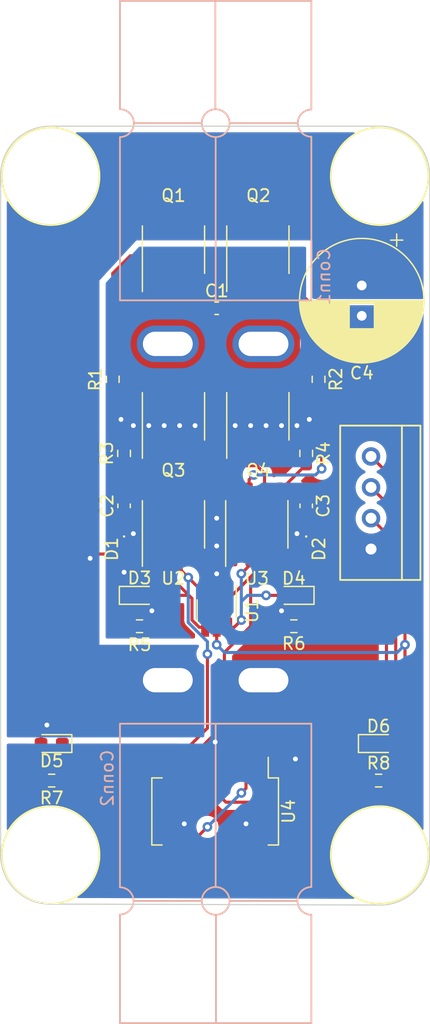
<source format=kicad_pcb>
(kicad_pcb (version 20211014) (generator pcbnew)
  (layers (0 "F.Cu" signal) (31 "B.Cu" signal) (34 "B.Paste" user) (35 "F.Paste" user) (36 "B.SilkS" user "B.Silkscreen") (37 "F.SilkS" user "F.Silkscreen") (38 "B.Mask" user) (39 "F.Mask" user) (44 "Edge.Cuts" user))
  (net 0 "")
  (net 1 "Net-(C2-Pad1)")
  (net 2 "Net-(C3-Pad1)")
  (net 3 "+12V")
  (net 4 "GND")
  (net 5 "+3V3")
  (net 6 "PWM")
  (net 7 "DIR")
  (net 8 "Net-(Q1-Pad4)")
  (net 9 "Net-(Q2-Pad4)")
  (net 10 "Net-(Q3-Pad4)")
  (net 11 "Net-(Q4-Pad4)")
  (net 12 "Net-(R1-Pad1)")
  (net 13 "Net-(R2-Pad2)")
  (net 14 "Net-(R3-Pad1)")
  (net 15 "Net-(R4-Pad2)")
  (net 16 "/M+")
  (net 17 "/M-")
  (net 18 "Net-(D3-Pad1)")
  (net 19 "/FWD")
  (net 20 "Net-(D4-Pad1)")
  (net 21 "/RVS")
  (net 22 "Net-(D5-Pad1)")
  (net 23 "Net-(D6-Pad1)")
  (net 24 "Net-(U1-Pad1)")
  (net 25 "Net-(U1-Pad3)")
  (net 26 "Net-(U4-Pad5)")
  (footprint "Resistor_SMD:R_0603_1608Metric_Pad0.98x0.95mm_HandSolder" (layer "F.Cu") (at 166.19982 73.66 90)
    (fp_text reference "R1" (at 0 -1.43 90) (layer "F.SilkS"))
    (fp_text value "100")
    (pad "1" smd roundrect (at -0.9125 0 90) (size 0.975 0.95) (layers "F.Cu" "F.Paste" "F.Mask") (net 12 "Net-(R1-Pad1)"))
    (pad "2" smd roundrect (at 0.9125 0 90) (size 0.975 0.95) (layers "F.Cu" "F.Paste" "F.Mask") (net 8 "Net-(Q1-Pad4)"))
  )
  (footprint "Capacitor_SMD:C_0603_1608Metric_Pad1.08x0.95mm_HandSolder" (layer "F.Cu") (at 174.752 67.818)
    (fp_text reference "C1" (at 0 -1.43) (layer "F.SilkS"))
    (fp_text value "10uF")
    (pad "1" smd roundrect (at -0.8625 0) (size 1.075 0.95) (layers "F.Cu" "F.Paste" "F.Mask") (net 16 "/M+"))
    (pad "2" smd roundrect (at 0.8625 0) (size 1.075 0.95) (layers "F.Cu" "F.Paste" "F.Mask") (net 17 "/M-"))
  )
  (footprint "Package_SO:SOIC-8_3.9x4.9mm_P1.27mm" (layer "F.Cu") (at 178.14036 76.708 90)
    (fp_text reference "Q4" (at -4.445 0.04064 180) (layer "F.SilkS"))
    (fp_text value "SI4156DY")
    (pad "1" smd roundrect (at -2.475 -1.905 90) (size 1.95 0.6) (layers "F.Cu" "F.Paste" "F.Mask") (net 4 "GND"))
    (pad "2" smd roundrect (at -2.475 -0.635 90) (size 1.95 0.6) (layers "F.Cu" "F.Paste" "F.Mask") (net 4 "GND"))
    (pad "3" smd roundrect (at -2.475 0.635 90) (size 1.95 0.6) (layers "F.Cu" "F.Paste" "F.Mask") (net 4 "GND"))
    (pad "4" smd roundrect (at -2.475 1.905 90) (size 1.95 0.6) (layers "F.Cu" "F.Paste" "F.Mask") (net 11 "Net-(Q4-Pad4)"))
    (pad "5" smd roundrect (at 2.475 1.905 90) (size 1.95 0.6) (layers "F.Cu" "F.Paste" "F.Mask") (net 17 "/M-"))
    (pad "6" smd roundrect (at 2.475 0.635 90) (size 1.95 0.6) (layers "F.Cu" "F.Paste" "F.Mask") (net 17 "/M-"))
    (pad "7" smd roundrect (at 2.475 -0.635 90) (size 1.95 0.6) (layers "F.Cu" "F.Paste" "F.Mask") (net 17 "/M-"))
    (pad "8" smd roundrect (at 2.475 -1.905 90) (size 1.95 0.6) (layers "F.Cu" "F.Paste" "F.Mask") (net 17 "/M-"))
  )
  (footprint "MRDT_Drill_Holes:4_40_Hole_Corner" (layer "F.Cu") (at 165.1 108.791682 180)
    (fp_text reference "V2" hide)
    (fp_text value "Via" hide)
    (pad "" np_thru_hole circle locked (at 4.00812 -4.00812 180) (size 2.9464 2.9464) (drill 2.9464) (layers *.Cu *.Mask) (clearance 2.5))
  )
  (footprint "Package_SO:SOIC-8_3.9x4.9mm_P1.27mm" (layer "F.Cu") (at 178.14036 62.992 90)
    (fp_text reference "Q2" (at 4.445 0.04064 180) (layer "F.SilkS"))
    (fp_text value "SI4156DY")
    (pad "1" smd roundrect (at -2.475 -1.905 90) (size 1.95 0.6) (layers "F.Cu" "F.Paste" "F.Mask") (net 17 "/M-"))
    (pad "2" smd roundrect (at -2.475 -0.635 90) (size 1.95 0.6) (layers "F.Cu" "F.Paste" "F.Mask") (net 17 "/M-"))
    (pad "3" smd roundrect (at -2.475 0.635 90) (size 1.95 0.6) (layers "F.Cu" "F.Paste" "F.Mask") (net 17 "/M-"))
    (pad "4" smd roundrect (at -2.475 1.905 90) (size 1.95 0.6) (layers "F.Cu" "F.Paste" "F.Mask") (net 9 "Net-(Q2-Pad4)"))
    (pad "5" smd roundrect (at 2.475 1.905 90) (size 1.95 0.6) (layers "F.Cu" "F.Paste" "F.Mask") (net 3 "+12V"))
    (pad "6" smd roundrect (at 2.475 0.635 90) (size 1.95 0.6) (layers "F.Cu" "F.Paste" "F.Mask") (net 3 "+12V"))
    (pad "7" smd roundrect (at 2.475 -0.635 90) (size 1.95 0.6) (layers "F.Cu" "F.Paste" "F.Mask") (net 3 "+12V"))
    (pad "8" smd roundrect (at 2.475 -1.905 90) (size 1.95 0.6) (layers "F.Cu" "F.Paste" "F.Mask") (net 3 "+12V"))
  )
  (footprint "Resistor_SMD:R_0603_1608Metric_Pad0.98x0.95mm_HandSolder" (layer "F.Cu") (at 167.132 79.756 90)
    (fp_text reference "R3" (at 0 -1.43 90) (layer "F.SilkS"))
    (fp_text value "100")
    (pad "1" smd roundrect (at -0.9125 0 90) (size 0.975 0.95) (layers "F.Cu" "F.Paste" "F.Mask") (net 14 "Net-(R3-Pad1)"))
    (pad "2" smd roundrect (at 0.9125 0 90) (size 0.975 0.95) (layers "F.Cu" "F.Paste" "F.Mask") (net 10 "Net-(Q3-Pad4)"))
  )
  (footprint "Package_SO:SO-14_5.3x10.2mm_P1.27mm" (layer "F.Cu") (at 174.625 109.22 -90)
    (fp_text reference "U4" (at 0 -6.05 90) (layer "F.SilkS"))
    (fp_text value "74HC00")
    (pad "1" smd roundrect (at -3.4625 -3.81 270) (size 1.975 0.6) (layers "F.Cu" "F.Paste" "F.Mask") (net 6 "PWM"))
    (pad "2" smd roundrect (at -3.4625 -2.54 270) (size 1.975 0.6) (layers "F.Cu" "F.Paste" "F.Mask") (net 7 "DIR"))
    (pad "3" smd roundrect (at -3.4625 -1.27 270) (size 1.975 0.6) (layers "F.Cu" "F.Paste" "F.Mask") (net 24 "Net-(U1-Pad1)"))
    (pad "4" smd roundrect (at -3.4625 0 270) (size 1.975 0.6) (layers "F.Cu" "F.Paste" "F.Mask") (net 6 "PWM"))
    (pad "5" smd roundrect (at -3.4625 1.27 270) (size 1.975 0.6) (layers "F.Cu" "F.Paste" "F.Mask") (net 26 "Net-(U4-Pad5)"))
    (pad "6" smd roundrect (at -3.4625 2.54 270) (size 1.975 0.6) (layers "F.Cu" "F.Paste" "F.Mask") (net 25 "Net-(U1-Pad3)"))
    (pad "7" smd roundrect (at -3.4625 3.81 270) (size 1.975 0.6) (layers "F.Cu" "F.Paste" "F.Mask") (net 4 "GND"))
    (pad "8" smd roundrect (at 3.4625 3.81 270) (size 1.975 0.6) (layers "F.Cu" "F.Paste" "F.Mask") (net 26 "Net-(U4-Pad5)"))
    (pad "9" smd roundrect (at 3.4625 2.54 270) (size 1.975 0.6) (layers "F.Cu" "F.Paste" "F.Mask") (net 7 "DIR"))
    (pad "10" smd roundrect (at 3.4625 1.27 270) (size 1.975 0.6) (layers "F.Cu" "F.Paste" "F.Mask") (net 7 "DIR"))
    (pad "11" smd roundrect (at 3.4625 0 270) (size 1.975 0.6) (layers "F.Cu" "F.Paste" "F.Mask"))
    (pad "12" smd roundrect (at 3.4625 -1.27 270) (size 1.975 0.6) (layers "F.Cu" "F.Paste" "F.Mask"))
    (pad "13" smd roundrect (at 3.4625 -2.54 270) (size 1.975 0.6) (layers "F.Cu" "F.Paste" "F.Mask"))
    (pad "14" smd roundrect (at 3.4625 -3.81 270) (size 1.975 0.6) (layers "F.Cu" "F.Paste" "F.Mask") (net 5 "+3V3"))
  )
  (footprint "MRDT_Connectors:MOLEX_SL_04_Vertical" (layer "F.Cu") (at 187.452 80.01 -90)
    (fp_text reference "Conn3" hide)
    (fp_text value "Molex_SL_04")
    (pad "1" thru_hole circle locked (at 0 0 270) (size 1.524 1.524) (drill 0.9) (layers *.Cu *.Mask) (net 5 "+3V3"))
    (pad "2" thru_hole circle locked (at 2.54 0 270) (size 1.524 1.524) (drill 0.9) (layers *.Cu *.Mask) (net 6 "PWM"))
    (pad "3" thru_hole circle locked (at 5.08 0 270) (size 1.524 1.524) (drill 0.9) (layers *.Cu *.Mask) (net 7 "DIR"))
    (pad "4" thru_hole circle locked (at 7.62 0 270) (size 1.524 1.524) (drill 0.9) (layers *.Cu *.Mask) (net 4 "GND"))
    (pad "4" thru_hole circle locked (at 7.62 0 270) (size 1.524 1.524) (drill 0.9) (layers *.Cu *.Mask) (net 4 "GND"))
  )
  (footprint "Resistor_SMD:R_0603_1608Metric_Pad0.98x0.95mm_HandSolder" (layer "F.Cu") (at 188.0757 106.68)
    (fp_text reference "R8" (at 0 -1.43) (layer "F.SilkS"))
    (fp_text value "120")
    (pad "1" smd roundrect (at -0.9125 0) (size 0.975 0.95) (layers "F.Cu" "F.Paste" "F.Mask") (net 23 "Net-(D6-Pad1)"))
    (pad "2" smd roundrect (at 0.9125 0) (size 0.975 0.95) (layers "F.Cu" "F.Paste" "F.Mask") (net 4 "GND"))
  )
  (footprint "Resistor_SMD:R_0603_1608Metric_Pad0.98x0.95mm_HandSolder" (layer "F.Cu") (at 181.102 93.98 180)
    (fp_text reference "R6" (at 0 -1.43) (layer "F.SilkS"))
    (fp_text value "120")
    (pad "1" smd roundrect (at -0.9125 0 180) (size 0.975 0.95) (layers "F.Cu" "F.Paste" "F.Mask") (net 20 "Net-(D4-Pad1)"))
    (pad "2" smd roundrect (at 0.9125 0 180) (size 0.975 0.95) (layers "F.Cu" "F.Paste" "F.Mask") (net 4 "GND"))
  )
  (footprint "Resistor_SMD:R_0603_1608Metric_Pad0.98x0.95mm_HandSolder" (layer "F.Cu") (at 161.1743 106.68 180)
    (fp_text reference "R7" (at 0 -1.43) (layer "F.SilkS"))
    (fp_text value "1K")
    (pad "1" smd roundrect (at -0.9125 0 180) (size 0.975 0.95) (layers "F.Cu" "F.Paste" "F.Mask") (net 22 "Net-(D5-Pad1)"))
    (pad "2" smd roundrect (at 0.9125 0 180) (size 0.975 0.95) (layers "F.Cu" "F.Paste" "F.Mask") (net 4 "GND"))
  )
  (footprint "Resistor_SMD:R_0603_1608Metric_Pad0.98x0.95mm_HandSolder" (layer "F.Cu") (at 168.402 93.98)
    (fp_text reference "R5" (at 0 1.524) (layer "F.SilkS"))
    (fp_text value "120")
    (pad "1" smd roundrect (at -0.9125 0) (size 0.975 0.95) (layers "F.Cu" "F.Paste" "F.Mask") (net 18 "Net-(D3-Pad1)"))
    (pad "2" smd roundrect (at 0.9125 0) (size 0.975 0.95) (layers "F.Cu" "F.Paste" "F.Mask") (net 4 "GND"))
  )
  (footprint "Resistor_SMD:R_0603_1608Metric_Pad0.98x0.95mm_HandSolder" (layer "F.Cu") (at 183.134 73.66 -90)
    (fp_text reference "R2" (at 0 -1.43 90) (layer "F.SilkS"))
    (fp_text value "100")
    (pad "1" smd roundrect (at -0.9125 0 270) (size 0.975 0.95) (layers "F.Cu" "F.Paste" "F.Mask") (net 9 "Net-(Q2-Pad4)"))
    (pad "2" smd roundrect (at 0.9125 0 270) (size 0.975 0.95) (layers "F.Cu" "F.Paste" "F.Mask") (net 13 "Net-(R2-Pad2)"))
  )
  (footprint "Capacitor_THT:CP_Radial_D10.0mm_P2.50mm" (layer "F.Cu") (at 186.69 65.938323 -90)
    (fp_text reference "C4" (at 7.213677 0 180) (layer "F.SilkS"))
    (fp_text value "100uF")
    (pad "1" thru_hole rect (at 0 0 270) (size 1.6 1.6) (drill 0.8) (layers *.Cu *.Mask) (net 3 "+12V"))
    (pad "2" thru_hole circle (at 2.5 0 270) (size 1.6 1.6) (drill 0.8) (layers *.Cu *.Mask) (net 4 "GND"))
  )
  (footprint "Capacitor_SMD:C_0603_1608Metric_Pad1.08x0.95mm_HandSolder" (layer "F.Cu") (at 182.118 84.074 90)
    (fp_text reference "C3" (at 0 1.397 90) (layer "F.SilkS"))
    (fp_text value "1uF")
    (pad "1" smd roundrect (at -0.8625 0 90) (size 1.075 0.95) (layers "F.Cu" "F.Paste" "F.Mask") (net 2 "Net-(C3-Pad1)"))
    (pad "2" smd roundrect (at 0.8625 0 90) (size 1.075 0.95) (layers "F.Cu" "F.Paste" "F.Mask") (net 17 "/M-"))
  )
  (footprint "MRDT_Drill_Holes:4_40_Hole_Corner" (layer "F.Cu") (at 184.15 60.96)
    (fp_text reference "V3" hide)
    (fp_text value "Via" hide)
    (pad "" np_thru_hole circle locked (at 4.00812 -4.00812) (size 2.9464 2.9464) (drill 2.9464) (layers *.Cu *.Mask) (clearance 2.5))
  )
  (footprint "MRDT_Drill_Holes:4_40_Hole_Corner" (layer "F.Cu") (at 165.1 60.96 90)
    (fp_text reference "V1" hide)
    (fp_text value "Via" hide)
    (pad "" np_thru_hole circle locked (at 4.00812 -4.00812 90) (size 2.9464 2.9464) (drill 2.9464) (layers *.Cu *.Mask) (clearance 2.5))
  )
  (footprint "Resistor_SMD:R_0603_1608Metric_Pad0.98x0.95mm_HandSolder" (layer "F.Cu") (at 182.118 79.756 -90)
    (fp_text reference "R4" (at 0 -1.43 90) (layer "F.SilkS"))
    (fp_text value "100")
    (pad "1" smd roundrect (at -0.9125 0 270) (size 0.975 0.95) (layers "F.Cu" "F.Paste" "F.Mask") (net 11 "Net-(Q4-Pad4)"))
    (pad "2" smd roundrect (at 0.9125 0 270) (size 0.975 0.95) (layers "F.Cu" "F.Paste" "F.Mask") (net 15 "Net-(R4-Pad2)"))
  )
  (footprint "Package_TO_SOT_SMD:SOT-23-6_Handsoldering" (layer "F.Cu") (at 174.752 92.71 -90)
    (fp_text reference "U1" (at 0 -2.9 90) (layer "F.SilkS"))
    (fp_text value "74LVC2G04")
    (pad "1" smd rect (at -1.35 -0.95 270) (size 1.56 0.65) (layers "F.Cu" "F.Paste" "F.Mask") (net 24 "Net-(U1-Pad1)"))
    (pad "2" smd rect (at -1.35 0 270) (size 1.56 0.65) (layers "F.Cu" "F.Paste" "F.Mask") (net 4 "GND"))
    (pad "3" smd rect (at -1.35 0.95 270) (size 1.56 0.65) (layers "F.Cu" "F.Paste" "F.Mask") (net 25 "Net-(U1-Pad3)"))
    (pad "4" smd rect (at 1.35 0.95 270) (size 1.56 0.65) (layers "F.Cu" "F.Paste" "F.Mask") (net 19 "/FWD"))
    (pad "5" smd rect (at 1.35 0 270) (size 1.56 0.65) (layers "F.Cu" "F.Paste" "F.Mask") (net 5 "+3V3"))
    (pad "6" smd rect (at 1.35 -0.95 270) (size 1.56 0.65) (layers "F.Cu" "F.Paste" "F.Mask") (net 21 "/RVS"))
  )
  (footprint "Package_SO:SOIC-8_3.9x4.9mm_P1.27mm" (layer "F.Cu") (at 171.196 76.708 90)
    (fp_text reference "Q3" (at -4.445 0 180) (layer "F.SilkS"))
    (fp_text value "SI4156DY")
    (pad "1" smd roundrect (at -2.475 -1.905 90) (size 1.95 0.6) (layers "F.Cu" "F.Paste" "F.Mask") (net 4 "GND"))
    (pad "2" smd roundrect (at -2.475 -0.635 90) (size 1.95 0.6) (layers "F.Cu" "F.Paste" "F.Mask") (net 4 "GND"))
    (pad "3" smd roundrect (at -2.475 0.635 90) (size 1.95 0.6) (layers "F.Cu" "F.Paste" "F.Mask") (net 4 "GND"))
    (pad "4" smd roundrect (at -2.475 1.905 90) (size 1.95 0.6) (layers "F.Cu" "F.Paste" "F.Mask") (net 10 "Net-(Q3-Pad4)"))
    (pad "5" smd roundrect (at 2.475 1.905 90) (size 1.95 0.6) (layers "F.Cu" "F.Paste" "F.Mask") (net 16 "/M+"))
    (pad "6" smd roundrect (at 2.475 0.635 90) (size 1.95 0.6) (layers "F.Cu" "F.Paste" "F.Mask") (net 16 "/M+"))
    (pad "7" smd roundrect (at 2.475 -0.635 90) (size 1.95 0.6) (layers "F.Cu" "F.Paste" "F.Mask") (net 16 "/M+"))
    (pad "8" smd roundrect (at 2.475 -1.905 90) (size 1.95 0.6) (layers "F.Cu" "F.Paste" "F.Mask") (net 16 "/M+"))
  )
  (footprint "LED_SMD:LED_0603_1608Metric_Pad1.05x0.95mm_HandSolder" (layer "F.Cu") (at 188.0757 103.632)
    (fp_text reference "D6" (at 0 -1.43) (layer "F.SilkS"))
    (fp_text value "Green")
    (pad "1" smd roundrect (at -0.875 0) (size 1.05 0.95) (layers "F.Cu" "F.Paste" "F.Mask") (net 23 "Net-(D6-Pad1)"))
    (pad "2" smd roundrect (at 0.875 0) (size 1.05 0.95) (layers "F.Cu" "F.Paste" "F.Mask") (net 5 "+3V3"))
  )
  (footprint "LED_SMD:LED_0603_1608Metric_Pad1.05x0.95mm_HandSolder" (layer "F.Cu") (at 181.102 91.44 180)
    (fp_text reference "D4" (at 0 1.397) (layer "F.SilkS"))
    (fp_text value "Orange")
    (pad "1" smd roundrect (at -0.875 0 180) (size 1.05 0.95) (layers "F.Cu" "F.Paste" "F.Mask") (net 20 "Net-(D4-Pad1)"))
    (pad "2" smd roundrect (at 0.875 0 180) (size 1.05 0.95) (layers "F.Cu" "F.Paste" "F.Mask") (net 21 "/RVS"))
  )
  (footprint "Diode_SMD:D_0201_0603Metric_Pad0.64x0.40mm_HandSolder" (layer "F.Cu") (at 182.118 87.63 -90)
    (fp_text reference "D2" (at 0 -1.05 90) (layer "F.SilkS"))
    (fp_text value "SD0603S04")
    (pad "1" smd roundrect (at -0.4075 0 270) (size 0.635 0.4) (layers "F.Cu" "F.Mask") (net 2 "Net-(C3-Pad1)"))
    (pad "2" smd roundrect (at 0.4075 0 270) (size 0.635 0.4) (layers "F.Cu" "F.Mask") (net 3 "+12V"))
  )
  (footprint "Package_SO:SOIC-8_3.9x4.9mm_P1.27mm" (layer "F.Cu") (at 171.196 62.992 90)
    (fp_text reference "Q1" (at 4.445 0 180) (layer "F.SilkS"))
    (fp_text value "SI4156DY")
    (pad "1" smd roundrect (at -2.475 -1.905 90) (size 1.95 0.6) (layers "F.Cu" "F.Paste" "F.Mask") (net 16 "/M+"))
    (pad "2" smd roundrect (at -2.475 -0.635 90) (size 1.95 0.6) (layers "F.Cu" "F.Paste" "F.Mask") (net 16 "/M+"))
    (pad "3" smd roundrect (at -2.475 0.635 90) (size 1.95 0.6) (layers "F.Cu" "F.Paste" "F.Mask") (net 16 "/M+"))
    (pad "4" smd roundrect (at -2.475 1.905 90) (size 1.95 0.6) (layers "F.Cu" "F.Paste" "F.Mask") (net 8 "Net-(Q1-Pad4)"))
    (pad "5" smd roundrect (at 2.475 1.905 90) (size 1.95 0.6) (layers "F.Cu" "F.Paste" "F.Mask") (net 3 "+12V"))
    (pad "6" smd roundrect (at 2.475 0.635 90) (size 1.95 0.6) (layers "F.Cu" "F.Paste" "F.Mask") (net 3 "+12V"))
    (pad "7" smd roundrect (at 2.475 -0.635 90) (size 1.95 0.6) (layers "F.Cu" "F.Paste" "F.Mask") (net 3 "+12V"))
    (pad "8" smd roundrect (at 2.475 -1.905 90) (size 1.95 0.6) (layers "F.Cu" "F.Paste" "F.Mask") (net 3 "+12V"))
  )
  (footprint "MRDT_Drill_Holes:4_40_Hole_Corner" (layer "F.Cu") (at 184.15 108.791682 -90)
    (fp_text reference "V4" hide)
    (fp_text value "Via" hide)
    (pad "" np_thru_hole circle locked (at 4.00812 -4.00812 270) (size 2.9464 2.9464) (drill 2.9464) (layers *.Cu *.Mask) (clearance 2.5))
  )
  (footprint "Package_SO:SOIC-8_3.9x4.9mm_P1.27mm" (layer "F.Cu") (at 171.196 85.598 90)
    (fp_text reference "U2" (at -4.445 0 180) (layer "F.SilkS"))
    (fp_text value "IRS2005S")
    (pad "1" smd roundrect (at -2.475 -1.905 90) (size 1.95 0.6) (layers "F.Cu" "F.Paste" "F.Mask") (net 3 "+12V"))
    (pad "2" smd roundrect (at -2.475 -0.635 90) (size 1.95 0.6) (layers "F.Cu" "F.Paste" "F.Mask") (net 19 "/FWD"))
    (pad "3" smd roundrect (at -2.475 0.635 90) (size 1.95 0.6) (layers "F.Cu" "F.Paste" "F.Mask") (net 25 "Net-(U1-Pad3)"))
    (pad "4" smd roundrect (at -2.475 1.905 90) (size 1.95 0.6) (layers "F.Cu" "F.Paste" "F.Mask") (net 4 "GND"))
    (pad "5" smd roundrect (at 2.475 1.905 90) (size 1.95 0.6) (layers "F.Cu" "F.Paste" "F.Mask") (net 14 "Net-(R3-Pad1)"))
    (pad "6" smd roundrect (at 2.475 0.635 90) (size 1.95 0.6) (layers "F.Cu" "F.Paste" "F.Mask") (net 16 "/M+"))
    (pad "7" smd roundrect (at 2.475 -0.635 90) (size 1.95 0.6) (layers "F.Cu" "F.Paste" "F.Mask") (net 12 "Net-(R1-Pad1)"))
    (pad "8" smd roundrect (at 2.475 -1.905 90) (size 1.95 0.6) (layers "F.Cu" "F.Paste" "F.Mask") (net 1 "Net-(C2-Pad1)"))
  )
  (footprint "Package_SO:SOIC-8_3.9x4.9mm_P1.27mm" (layer "F.Cu") (at 178.054 85.598 90)
    (fp_text reference "U3" (at -4.445 0 180) (layer "F.SilkS"))
    (fp_text value "IRS2005S")
    (pad "1" smd roundrect (at -2.475 -1.905 90) (size 1.95 0.6) (layers "F.Cu" "F.Paste" "F.Mask") (net 3 "+12V"))
    (pad "2" smd roundrect (at -2.475 -0.635 90) (size 1.95 0.6) (layers "F.Cu" "F.Paste" "F.Mask") (net 21 "/RVS"))
    (pad "3" smd roundrect (at -2.475 0.635 90) (size 1.95 0.6) (layers "F.Cu" "F.Paste" "F.Mask") (net 24 "Net-(U1-Pad1)"))
    (pad "4" smd roundrect (at -2.475 1.905 90) (size 1.95 0.6) (layers "F.Cu" "F.Paste" "F.Mask") (net 4 "GND"))
    (pad "5" smd roundrect (at 2.475 1.905 90) (size 1.95 0.6) (layers "F.Cu" "F.Paste" "F.Mask") (net 15 "Net-(R4-Pad2)"))
    (pad "6" smd roundrect (at 2.475 0.635 90) (size 1.95 0.6) (layers "F.Cu" "F.Paste" "F.Mask") (net 17 "/M-"))
    (pad "7" smd roundrect (at 2.475 -0.635 90) (size 1.95 0.6) (layers "F.Cu" "F.Paste" "F.Mask") (net 13 "Net-(R2-Pad2)"))
    (pad "8" smd roundrect (at 2.475 -1.905 90) (size 1.95 0.6) (layers "F.Cu" "F.Paste" "F.Mask") (net 2 "Net-(C3-Pad1)"))
  )
  (footprint "Capacitor_SMD:C_0603_1608Metric_Pad1.08x0.95mm_HandSolder" (layer "F.Cu") (at 167.132 84.074 -90)
    (fp_text reference "C2" (at 0 1.397 90) (layer "F.SilkS"))
    (fp_text value "1uF")
    (pad "1" smd roundrect (at -0.8625 0 270) (size 1.075 0.95) (layers "F.Cu" "F.Paste" "F.Mask") (net 1 "Net-(C2-Pad1)"))
    (pad "2" smd roundrect (at 0.8625 0 270) (size 1.075 0.95) (layers "F.Cu" "F.Paste" "F.Mask") (net 16 "/M+"))
  )
  (footprint "LED_SMD:LED_0603_1608Metric_Pad1.05x0.95mm_HandSolder" (layer "F.Cu") (at 168.402 91.44)
    (fp_text reference "D3" (at 0 -1.43) (layer "F.SilkS"))
    (fp_text value "Orange")
    (pad "1" smd roundrect (at -0.875 0) (size 1.05 0.95) (layers "F.Cu" "F.Paste" "F.Mask") (net 18 "Net-(D3-Pad1)"))
    (pad "2" smd roundrect (at 0.875 0) (size 1.05 0.95) (layers "F.Cu" "F.Paste" "F.Mask") (net 19 "/FWD"))
  )
  (footprint "Diode_SMD:D_0201_0603Metric_Pad0.64x0.40mm_HandSolder" (layer "F.Cu") (at 167.132 87.63 -90)
    (fp_text reference "D1" (at 0 1.016 90) (layer "F.SilkS"))
    (fp_text value "SD0603S04")
    (pad "1" smd roundrect (at -0.4075 0 270) (size 0.635 0.4) (layers "F.Cu" "F.Mask") (net 1 "Net-(C2-Pad1)"))
    (pad "2" smd roundrect (at 0.4075 0 270) (size 0.635 0.4) (layers "F.Cu" "F.Mask") (net 3 "+12V"))
  )
  (footprint "LED_SMD:LED_0603_1608Metric_Pad1.05x0.95mm_HandSolder" (layer "F.Cu") (at 161.1743 103.632 180)
    (fp_text reference "D5" (at 0 -1.43) (layer "F.SilkS"))
    (fp_text value "Green")
    (pad "1" smd roundrect (at -0.875 0 180) (size 1.05 0.95) (layers "F.Cu" "F.Paste" "F.Mask") (net 22 "Net-(D5-Pad1)"))
    (pad "2" smd roundrect (at 0.875 0 180) (size 1.05 0.95) (layers "F.Cu" "F.Paste" "F.Mask") (net 3 "+12V"))
  )
  (footprint "MRDT_Connectors:Square_Anderson_2_H_Side_By_Side" (layer "B.Cu") (at 170.18 71.12 -90)
    (fp_text reference "Conn1" (at -5.9 -13.4 90) (layer "B.SilkS") (effects (justify mirror)))
    (fp_text value "AndersonPP")
    (pad "1" thru_hole oval locked (at -0.3746 -0.55 270) (size 3 5.1) (drill oval 2 4.1) (layers *.Cu *.Mask "B.Paste") (net 16 "/M+"))
    (pad "2" thru_hole oval locked (at -0.3746 -8.424 270) (size 3 5.1) (drill oval 2 4.1) (layers *.Cu *.Mask "B.Paste") (net 17 "/M-"))
  )
  (footprint "MRDT_Connectors:Square_Anderson_2_H_Side_By_Side" (layer "B.Cu") (at 179.154 98.044 90)
    (fp_text reference "Conn2" (at -8.44 -13.4 90) (layer "B.SilkS") (effects (justify mirror)))
    (fp_text value "AndersonPP")
    (pad "1" thru_hole oval locked (at -0.3746 -0.55 90) (size 3 5.1) (drill oval 2 4.1) (layers *.Cu *.Mask "B.Paste") (net 4 "GND"))
    (pad "2" thru_hole oval locked (at -0.3746 -8.424 90) (size 3 5.1) (drill oval 2 4.1) (layers *.Cu *.Mask "B.Paste") (net 3 "+12V"))
  )
  (gr_line (start 192.278 56.896) (end 192.278 112.855682) (layer "Edge.Cuts") (width 0.1))
  (gr_arc (start 161.036 116.84) (mid 158.162318 115.649682) (end 156.972 112.776) (layer "Edge.Cuts") (width 0.1))
  (gr_arc (start 156.972 56.896) (mid 158.162318 54.022318) (end 161.036 52.832) (layer "Edge.Cuts") (width 0.1))
  (gr_line (start 161.036 52.832) (end 188.214 52.832) (layer "Edge.Cuts") (width 0.1))
  (gr_arc (start 192.278 112.855682) (mid 191.087682 115.729364) (end 188.214 116.919682) (layer "Edge.Cuts") (width 0.1))
  (gr_line (start 188.214 116.919682) (end 161.036 116.84) (layer "Edge.Cuts") (width 0.1))
  (gr_arc (start 188.214 52.832) (mid 191.087682 54.022318) (end 192.278 56.896) (layer "Edge.Cuts") (width 0.1))
  (gr_line (start 156.972 112.776) (end 156.972 56.896) (layer "Edge.Cuts") (width 0.1))
  (segment (start 166.33 86.4205) (end 167.132 87.2225) (width 0.254) (layer "F.Cu") (net 1))
  (segment (start 167.132 83.2115) (end 169.2025 83.2115) (width 0.254) (layer "F.Cu") (net 1))
  (segment (start 167.132 83.2115) (end 166.33 84.0135) (width 0.254) (layer "F.Cu") (net 1))
  (segment (start 169.2025 83.2115) (end 169.291 83.123) (width 0.254) (layer "F.Cu") (net 1))
  (segment (start 166.33 84.0135) (end 166.33 86.4205) (width 0.254) (layer "F.Cu") (net 1))
  (segment (start 180.474053 85.09) (end 177.038 85.09) (width 0.254) (layer "F.Cu") (net 2))
  (segment (start 177.038 85.09) (end 176.149 84.201) (width 0.254) (layer "F.Cu") (net 2))
  (segment (start 176.149 84.201) (end 176.149 83.123) (width 0.254) (layer "F.Cu") (net 2))
  (segment (start 180.627553 84.9365) (end 180.474053 85.09) (width 0.254) (layer "F.Cu") (net 2))
  (segment (start 182.118 84.9365) (end 180.627553 84.9365) (width 0.254) (layer "F.Cu") (net 2))
  (segment (start 182.118 84.9365) (end 182.118 87.2225) (width 0.254) (layer "F.Cu") (net 2))
  (segment (start 176.276 86.106) (end 179.578 86.106) (width 0.254) (layer "F.Cu") (net 3))
  (segment (start 169.2555 88.0375) (end 169.291 88.073) (width 0.254) (layer "F.Cu") (net 3))
  (segment (start 170.87842 86.106) (end 176.022 86.106) (width 0.254) (layer "F.Cu") (net 3))
  (segment (start 164.6925 88.0375) (end 164.338 88.392) (width 0.254) (layer "F.Cu") (net 3))
  (segment (start 170.21342 86.771) (end 169.291 87.69342) (width 0.254) (layer "F.Cu") (net 3))
  (segment (start 179.832 86.106) (end 179.578 86.106) (width 0.254) (layer "F.Cu") (net 3))
  (segment (start 180.497 86.771) (end 181.7635 88.0375) (width 0.254) (layer "F.Cu") (net 3))
  (segment (start 181.7635 88.0375) (end 182.118 88.0375) (width 0.254) (layer "F.Cu") (net 3))
  (segment (start 160.2993 103.632) (end 160.2993 102.5907) (width 0.254) (layer "F.Cu") (net 3))
  (segment (start 160.2993 102.5907) (end 160.782 102.108) (width 0.254) (layer "F.Cu") (net 3))
  (segment (start 170.21342 86.771) (end 170.87842 86.106) (width 0.254) (layer "F.Cu") (net 3))
  (segment (start 176.149 86.233) (end 176.022 86.106) (width 0.254) (layer "F.Cu") (net 3))
  (segment (start 176.149 88.073) (end 176.149 86.233) (width 0.254) (layer "F.Cu") (net 3))
  (segment (start 176.149 86.233) (end 176.276 86.106) (width 0.254) (layer "F.Cu") (net 3))
  (segment (start 169.291 87.69342) (end 169.291 88.073) (width 0.254) (layer "F.Cu") (net 3))
  (segment (start 167.132 88.0375) (end 169.2555 88.0375) (width 0.254) (layer "F.Cu") (net 3))
  (segment (start 180.497 86.771) (end 179.832 86.106) (width 0.254) (layer "F.Cu") (net 3))
  (segment (start 167.132 88.0375) (end 164.6925 88.0375) (width 0.254) (layer "F.Cu") (net 3))
  (segment (start 176.022 86.106) (end 176.276 86.106) (width 0.254) (layer "F.Cu") (net 3))
  (via (at 164.338 88.392) (size 0.8) (drill 0.4) (layers "F.Cu" "B.Cu") (net 3))
  (via (at 160.782 102.108) (size 0.8) (drill 0.4) (layers "F.Cu" "B.Cu") (net 3))
  (segment (start 174.752 91.36) (end 174.752 89.662) (width 0.254) (layer "F.Cu") (net 4))
  (via (at 169.418 92.71) (size 0.8) (drill 0.4) (layers "F.Cu" "B.Cu") (net 4))
  (via (at 177.546 77.47) (size 0.8) (drill 0.4) (layers "F.Cu" "B.Cu") (net 4))
  (via (at 176.276 77.47) (size 0.8) (drill 0.4) (layers "F.Cu" "B.Cu") (net 4))
  (via (at 166.878 76.962) (size 0.8) (drill 0.4) (layers "F.Cu" "B.Cu") (net 4))
  (via (at 167.894 86.36) (size 0.8) (drill 0.4) (layers "F.Cu" "B.Cu") (net 4))
  (via (at 181.356 77.47) (size 0.8) (drill 0.4) (layers "F.Cu" "B.Cu") (net 4))
  (via (at 174.625 103.505) (size 0.8) (drill 0.4) (layers "F.Cu" "B.Cu") (net 4))
  (via (at 180.086 77.47) (size 0.8) (drill 0.4) (layers "F.Cu" "B.Cu") (net 4))
  (via (at 174.752 87.376) (size 0.8) (drill 0.4) (layers "F.Cu" "B.Cu") (net 4))
  (via (at 174.752 85.09) (size 0.8) (drill 0.4) (layers "F.Cu" "B.Cu") (net 4))
  (via (at 182.372 76.962) (size 0.8) (drill 0.4) (layers "F.Cu" "B.Cu") (net 4))
  (via (at 172.085 110.236) (size 0.8) (drill 0.4) (layers "F.Cu" "B.Cu") (net 4))
  (via (at 181.229 104.902) (size 0.8) (drill 0.4) (layers "F.Cu" "B.Cu") (net 4))
  (via (at 167.132 89.535) (size 0.8) (drill 0.4) (layers "F.Cu" "B.Cu") (net 4))
  (via (at 167.894 77.47) (size 0.8) (drill 0.4) (layers "F.Cu" "B.Cu") (net 4))
  (via (at 181.356 86.36) (size 0.8) (drill 0.4) (layers "F.Cu" "B.Cu") (net 4))
  (via (at 174.752 89.662) (size 0.8) (drill 0.4) (layers "F.Cu" "B.Cu") (net 4))
  (via (at 172.974 77.47) (size 0.8) (drill 0.4) (layers "F.Cu" "B.Cu") (net 4))
  (via (at 169.164 77.47) (size 0.8) (drill 0.4) (layers "F.Cu" "B.Cu") (net 4))
  (via (at 177.165 110.236) (size 0.8) (drill 0.4) (layers "F.Cu" "B.Cu") (net 4))
  (via (at 171.704 77.47) (size 0.8) (drill 0.4) (layers "F.Cu" "B.Cu") (net 4))
  (via (at 180.086 92.71) (size 0.8) (drill 0.4) (layers "F.Cu" "B.Cu") (net 4))
  (via (at 178.816 77.47) (size 0.8) (drill 0.4) (layers "F.Cu" "B.Cu") (net 4))
  (via (at 170.434 77.47) (size 0.8) (drill 0.4) (layers "F.Cu" "B.Cu") (net 4))
  (segment (start 189.738 82.296) (end 190.246 82.804) (width 0.254) (layer "F.Cu") (net 5))
  (segment (start 190.246 99.06) (end 190.246 98.806) (width 0.254) (layer "F.Cu") (net 5))
  (segment (start 174.752 94.06) (end 174.752 95.504) (width 0.254) (layer "F.Cu") (net 5))
  (segment (start 180.086 109.22) (end 189.738 99.568) (width 0.254) (layer "F.Cu") (net 5))
  (segment (start 189.738 82.296) (end 187.452 80.01) (width 0.254) (layer "F.Cu") (net 5))
  (segment (start 189.738 99.568) (end 190.246 99.06) (width 0.254) (layer "F.Cu") (net 5))
  (segment (start 190.246 95.504) (end 190.246 98.806) (width 0.254) (layer "F.Cu") (net 5))
  (segment (start 188.9507 103.632) (end 190.246 102.3367) (width 0.254) (layer "F.Cu") (net 5))
  (segment (start 190.246 102.3367) (end 190.246 99.06) (width 0.254) (layer "F.Cu") (net 5))
  (segment (start 178.435 112.6825) (end 178.435 110.871) (width 0.254) (layer "F.Cu") (net 5))
  (segment (start 180.086 109.22) (end 178.435 110.871) (width 0.254) (layer "F.Cu") (net 5))
  (segment (start 190.246 82.804) (end 190.246 95.504) (width 0.254) (layer "F.Cu") (net 5))
  (via (at 174.752 95.504) (size 0.8) (drill 0.4) (layers "F.Cu" "B.Cu") (net 5))
  (via (at 190.246 95.504) (size 0.8) (drill 0.4) (layers "F.Cu" "B.Cu") (net 5))
  (segment (start 174.752 95.504) (end 175.387 96.139) (width 0.254) (layer "B.Cu") (net 5))
  (segment (start 175.387 96.139) (end 189.611 96.139) (width 0.254) (layer "B.Cu") (net 5))
  (segment (start 189.611 96.139) (end 190.246 95.504) (width 0.254) (layer "B.Cu") (net 5))
  (segment (start 174.625 107.569) (end 175.514 108.458) (width 0.254) (layer "F.Cu") (net 6))
  (segment (start 189.484 84.582) (end 189.484 98.806) (width 0.254) (layer "F.Cu") (net 6))
  (segment (start 187.452 82.55) (end 189.484 84.582) (width 0.254) (layer "F.Cu") (net 6))
  (segment (start 189.484 98.806) (end 179.832 108.458) (width 0.254) (layer "F.Cu") (net 6))
  (segment (start 175.514 108.458) (end 179.324 108.458) (width 0.254) (layer "F.Cu") (net 6))
  (segment (start 179.832 108.458) (end 179.324 108.458) (width 0.254) (layer "F.Cu") (net 6))
  (segment (start 174.625 105.7575) (end 174.625 107.569) (width 0.254) (layer "F.Cu") (net 6))
  (segment (start 178.435 105.7575) (end 178.435 106.807) (width 0.254) (layer "F.Cu") (net 6))
  (segment (start 178.435 106.807) (end 178.435 107.569) (width 0.254) (layer "F.Cu") (net 6))
  (segment (start 178.435 107.569) (end 179.324 108.458) (width 0.254) (layer "F.Cu") (net 6))
  (segment (start 188.722 98.298) (end 188.722 86.36) (width 0.254) (layer "F.Cu") (net 7))
  (segment (start 177.165 107.315) (end 176.784 107.696) (width 0.254) (layer "F.Cu") (net 7))
  (segment (start 177.165 104.521) (end 178.308 103.378) (width 0.254) (layer "F.Cu") (net 7))
  (segment (start 173.355 112.6825) (end 173.355 111.125) (width 0.254) (layer "F.Cu") (net 7))
  (segment (start 173.355 112.6825) (end 172.085 112.6825) (width 0.254) (layer "F.Cu") (net 7))
  (segment (start 183.642 103.378) (end 188.722 98.298) (width 0.254) (layer "F.Cu") (net 7))
  (segment (start 173.99 110.49) (end 173.355 111.125) (width 0.254) (layer "F.Cu") (net 7))
  (segment (start 177.165 105.7575) (end 177.165 107.315) (width 0.254) (layer "F.Cu") (net 7))
  (segment (start 188.722 86.36) (end 187.452 85.09) (width 0.254) (layer "F.Cu") (net 7))
  (segment (start 177.165 105.7575) (end 177.165 104.521) (width 0.254) (layer "F.Cu") (net 7))
  (segment (start 178.308 103.378) (end 183.642 103.378) (width 0.254) (layer "F.Cu") (net 7))
  (via (at 176.784 107.696) (size 0.8) (drill 0.4) (layers "F.Cu" "B.Cu") (net 7))
  (via (at 173.99 110.49) (size 0.8) (drill 0.4) (layers "F.Cu" "B.Cu") (net 7))
  (segment (start 176.784 107.696) (end 173.99 110.49) (width 0.254) (layer "B.Cu") (net 7))
  (segment (start 166.19982 64.94018) (end 167.64 63.5) (width 0.254) (layer "F.Cu") (net 8))
  (segment (start 173.101 63.881) (end 173.101 65.467) (width 0.254) (layer "F.Cu") (net 8))
  (segment (start 172.72 63.5) (end 173.101 63.881) (width 0.254) (layer "F.Cu") (net 8))
  (segment (start 166.19982 72.7475) (end 166.19982 64.94018) (width 0.254) (layer "F.Cu") (net 8))
  (segment (start 167.64 63.5) (end 172.72 63.5) (width 0.254) (layer "F.Cu") (net 8))
  (segment (start 183.134 72.7475) (end 183.134 68.072) (width 0.254) (layer "F.Cu") (net 9))
  (segment (start 183.134 68.072) (end 180.529 65.467) (width 0.254) (layer "F.Cu") (net 9))
  (segment (start 180.529 65.467) (end 180.04536 65.467) (width 0.254) (layer "F.Cu") (net 9))
  (segment (start 168.148 79.201) (end 167.7905 78.8435) (width 0.254) (layer "F.Cu") (net 10))
  (segment (start 167.7905 78.8435) (end 167.132 78.8435) (width 0.254) (layer "F.Cu") (net 10))
  (segment (start 173.101 80.391) (end 173.101 79.183) (width 0.254) (layer "F.Cu") (net 10))
  (segment (start 168.148 80.01) (end 168.148 79.201) (width 0.254) (layer "F.Cu") (net 10))
  (segment (start 172.72 80.772) (end 173.101 80.391) (width 0.254) (layer "F.Cu") (net 10))
  (segment (start 168.91 80.772) (end 172.72 80.772) (width 0.254) (layer "F.Cu") (net 10))
  (segment (start 168.91 80.772) (end 168.148 80.01) (width 0.254) (layer "F.Cu") (net 10))
  (segment (start 182.118 78.8435) (end 180.38486 78.8435) (width 0.25) (layer "F.Cu") (net 11))
  (segment (start 180.38486 78.8435) (end 180.04536 79.183) (width 0.25) (layer "F.Cu") (net 11))
  (segment (start 170.561 81.915) (end 170.326 81.68) (width 0.254) (layer "F.Cu") (net 12))
  (segment (start 170.326 81.68) (end 166.516 81.68) (width 0.254) (layer "F.Cu") (net 12))
  (segment (start 166.116 81.28) (end 166.116 74.65632) (width 0.254) (layer "F.Cu") (net 12))
  (segment (start 166.516 81.68) (end 166.116 81.28) (width 0.254) (layer "F.Cu") (net 12))
  (segment (start 166.116 74.65632) (end 166.19982 74.5725) (width 0.254) (layer "F.Cu") (net 12))
  (segment (start 170.561 83.123) (end 170.561 81.915) (width 0.254) (layer "F.Cu") (net 12))
  (segment (start 177.419 83.123) (end 177.419 81.915) (width 0.254) (layer "F.Cu") (net 13))
  (segment (start 183.388 74.8265) (end 183.388 81.026) (width 0.254) (layer "F.Cu") (net 13))
  (segment (start 183.134 74.5725) (end 183.388 74.8265) (width 0.254) (layer "F.Cu") (net 13))
  (segment (start 177.419 81.915) (end 177.8 81.534) (width 0.254) (layer "F.Cu") (net 13))
  (via (at 183.388 81.026) (size 0.8) (drill 0.4) (layers "F.Cu" "B.Cu") (net 13))
  (via (at 177.8 81.534) (size 0.8) (drill 0.4) (layers "F.Cu" "B.Cu") (net 13))
  (segment (start 177.8 81.534) (end 182.88 81.534) (width 0.254) (layer "B.Cu") (net 13))
  (segment (start 182.88 81.534) (end 183.388 81.026) (width 0.254) (layer "B.Cu") (net 13))
  (segment (start 168.71 81.226) (end 168.1525 80.6685) (width 0.254) (layer "F.Cu") (net 14))
  (segment (start 168.71 81.226) (end 172.412 81.226) (width 0.254) (layer "F.Cu") (net 14))
  (segment (start 168.1525 80.6685) (end 167.132 80.6685) (width 0.254) (layer "F.Cu") (net 14))
  (segment (start 173.101 81.915) (end 173.101 83.123) (width 0.254) (layer "F.Cu") (net 14))
  (segment (start 172.412 81.226) (end 173.101 81.915) (width 0.254) (layer "F.Cu") (net 14))
  (segment (start 182.118 80.6685) (end 179.959 82.8275) (width 0.254) (layer "F.Cu") (net 15))
  (segment (start 179.959 82.8275) (end 179.959 83.123) (width 0.254) (layer "F.Cu") (net 15))
  (segment (start 174.244 74.676) (end 173.801 74.233) (width 0.254) (layer "F.Cu") (net 16))
  (segment (start 172.3655 84.9365) (end 173.6355 84.9365) (width 0.254) (layer "F.Cu") (net 16))
  (segment (start 171.831 83.123) (end 171.831 84.455) (width 0.254) (layer "F.Cu") (net 16))
  (segment (start 172.3125 84.9365) (end 172.3655 84.9365) (width 0.254) (layer "F.Cu") (net 16))
  (segment (start 174.244 84.328) (end 174.244 74.676) (width 0.254) (layer "F.Cu") (net 16))
  (segment (start 173.736 84.836) (end 174.244 84.328) (width 0.254) (layer "F.Cu") (net 16))
  (segment (start 171.831 84.455) (end 172.3125 84.9365) (width 0.254) (layer "F.Cu") (net 16))
  (segment (start 173.6355 84.9365) (end 173.736 84.836) (width 0.254) (layer "F.Cu") (net 16))
  (segment (start 167.132 84.9365) (end 172.3655 84.9365) (width 0.254) (layer "F.Cu") (net 16))
  (segment (start 173.801 74.233) (end 173.101 74.233) (width 0.254) (layer "F.Cu") (net 16))
  (segment (start 175.514 80.772) (end 175.006 80.264) (width 0.254) (layer "F.Cu") (net 17))
  (segment (start 180.34 84.582) (end 180.848 84.074) (width 0.254) (layer "F.Cu") (net 17))
  (segment (start 178.066134 80.772) (end 175.514 80.772) (width 0.254) (layer "F.Cu") (net 17))
  (segment (start 175.006 74.93) (end 175.006 80.264) (width 0.254) (layer "F.Cu") (net 17))
  (segment (start 175.703 74.233) (end 175.006 74.93) (width 0.254) (layer "F.Cu") (net 17))
  (segment (start 178.689 83.123) (end 178.689 84.201) (width 0.254) (layer "F.Cu") (net 17))
  (segment (start 178.689 83.123) (end 178.689 81.394866) (width 0.254) (layer "F.Cu") (net 17))
  (segment (start 178.689 81.394866) (end 178.066134 80.772) (width 0.254) (layer "F.Cu") (net 17))
  (segment (start 178.689 84.201) (end 179.07 84.582) (width 0.254) (layer "F.Cu") (net 17))
  (segment (start 176.23536 74.233) (end 175.703 74.233) (width 0.254) (layer "F.Cu") (net 17))
  (segment (start 180.848 83.566) (end 181.2025 83.2115) (width 0.254) (layer "F.Cu") (net 17))
  (segment (start 181.2025 83.2115) (end 182.118 83.2115) (width 0.254) (layer "F.Cu") (net 17))
  (segment (start 179.07 84.582) (end 180.34 84.582) (width 0.254) (layer "F.Cu") (net 17))
  (segment (start 180.848 84.074) (end 180.848 83.566) (width 0.254) (layer "F.Cu") (net 17))
  (segment (start 167.527 91.44) (end 167.527 93.9425) (width 0.254) (layer "F.Cu") (net 18))
  (segment (start 167.527 93.9425) (end 167.4895 93.98) (width 0.254) (layer "F.Cu") (net 18))
  (segment (start 172.72 91.694) (end 172.72 93.472) (width 0.254) (layer "F.Cu") (net 19))
  (segment (start 170.561 88.073) (end 170.561 89.535) (width 0.254) (layer "F.Cu") (net 19))
  (segment (start 170.561 89.535) (end 172.466 91.44) (width 0.254) (layer "F.Cu") (net 19))
  (segment (start 172.466 91.44) (end 172.72 91.694) (width 0.254) (layer "F.Cu") (net 19))
  (segment (start 173.308 94.06) (end 173.802 94.06) (width 0.254) (layer "F.Cu") (net 19))
  (segment (start 172.72 93.472) (end 173.308 94.06) (width 0.254) (layer "F.Cu") (net 19))
  (segment (start 169.277 91.44) (end 172.466 91.44) (width 0.254) (layer "F.Cu") (net 19))
  (segment (start 181.977 93.9425) (end 182.0145 93.98) (width 0.254) (layer "F.Cu") (net 20))
  (segment (start 181.977 91.44) (end 181.977 93.9425) (width 0.254) (layer "F.Cu") (net 20))
  (segment (start 177.419 89.015572) (end 176.778286 89.656286) (width 0.254) (layer "F.Cu") (net 21))
  (segment (start 177.419 88.073) (end 177.419 89.015572) (width 0.254) (layer "F.Cu") (net 21))
  (segment (start 176.196 94.06) (end 175.702 94.06) (width 0.254) (layer "F.Cu") (net 21))
  (segment (start 176.784 93.472) (end 176.196 94.06) (width 0.254) (layer "F.Cu") (net 21))
  (segment (start 180.227 91.44) (end 178.816 91.44) (width 0.254) (layer "F.Cu") (net 21))
  (via (at 178.816 91.44) (size 0.8) (drill 0.4) (layers "F.Cu" "B.Cu") (net 21))
  (via (at 176.784 93.472) (size 0.8) (drill 0.4) (layers "F.Cu" "B.Cu") (net 21))
  (via (at 176.778286 89.656286) (size 0.8) (drill 0.4) (layers "F.Cu" "B.Cu") (net 21))
  (segment (start 177.292 91.44) (end 176.778286 91.953714) (width 0.254) (layer "B.Cu") (net 21))
  (segment (start 176.778286 89.656286) (end 176.778286 91.953714) (width 0.254) (layer "B.Cu") (net 21))
  (segment (start 176.778286 91.953714) (end 176.778286 93.466286) (width 0.254) (layer "B.Cu") (net 21))
  (segment (start 176.778286 93.466286) (end 176.784 93.472) (width 0.254) (layer "B.Cu") (net 21))
  (segment (start 178.816 91.44) (end 177.292 91.44) (width 0.254) (layer "B.Cu") (net 21))
  (segment (start 162.0868 106.68) (end 162.0868 103.6695) (width 0.254) (layer "F.Cu") (net 22))
  (segment (start 187.2007 103.632) (end 187.2007 106.6425) (width 0.254) (layer "F.Cu") (net 23))
  (segment (start 187.2007 106.6425) (end 187.1632 106.68) (width 0.254) (layer "F.Cu") (net 23))
  (segment (start 175.514 96.007) (end 175.514 96.012) (width 0.254) (layer "F.Cu") (net 24))
  (segment (start 175.702 91.36) (end 176.102 91.36) (width 0.254) (layer "F.Cu") (net 24))
  (segment (start 178.689 88.773) (end 178.689 88.073) (width 0.254) (layer "F.Cu") (net 24))
  (segment (start 175.387 102.743) (end 175.895 103.251) (width 0.254) (layer "F.Cu") (net 24))
  (segment (start 176.102 91.36) (end 177.546 89.916) (width 0.254) (layer "F.Cu") (net 24))
  (segment (start 177.546 93.975) (end 175.514 96.007) (width 0.254) (layer "F.Cu") (net 24))
  (segment (start 177.546 89.916) (end 178.689 88.773) (width 0.254) (layer "F.Cu") (net 24))
  (segment (start 175.895 103.251) (end 175.895 105.7575) (width 0.254) (layer "F.Cu") (net 24))
  (segment (start 175.514 96.012) (end 175.387 96.139) (width 0.254) (layer "F.Cu") (net 24))
  (segment (start 177.546 89.916) (end 177.546 93.975) (width 0.254) (layer "F.Cu") (net 24))
  (segment (start 175.387 96.139) (end 175.387 102.743) (width 0.254) (layer "F.Cu") (net 24))
  (segment (start 173.802 91.36) (end 172.412 89.97) (width 0.254) (layer "F.Cu") (net 25))
  (segment (start 171.831 89.389) (end 172.412 89.97) (width 0.254) (layer "F.Cu") (net 25))
  (segment (start 172.085 105.7575) (end 172.085 104.267) (width 0.254) (layer "F.Cu") (net 25))
  (segment (start 172.085 104.267) (end 173.99 102.362) (width 0.254) (layer "F.Cu") (net 25))
  (segment (start 171.831 88.073) (end 171.831 89.389) (width 0.254) (layer "F.Cu") (net 25))
  (segment (start 173.99 96.266) (end 173.99 102.362) (width 0.254) (layer "F.Cu") (net 25))
  (via (at 172.412 89.97) (size 0.8) (drill 0.4) (layers "F.Cu" "B.Cu") (net 25))
  (via (at 173.99 96.266) (size 0.8) (drill 0.4) (layers "F.Cu" "B.Cu") (net 25))
  (segment (start 173.99 95.25) (end 173.99 96.266) (width 0.254) (layer "B.Cu") (net 25))
  (segment (start 172.412 93.672) (end 172.412 89.97) (width 0.254) (layer "B.Cu") (net 25))
  (segment (start 173.99 95.25) (end 172.412 93.672) (width 0.254) (layer "B.Cu") (net 25))
  (segment (start 170.815 112.6825) (end 170.815 109.855) (width 0.254) (layer "F.Cu") (net 26))
  (segment (start 173.355 107.315) (end 173.355 105.7575) (width 0.254) (layer "F.Cu") (net 26))
  (segment (start 170.815 109.855) (end 173.355 107.315) (width 0.254) (layer "F.Cu") (net 26))
  (zone (net 4) (net_name "GND") (layers F&B.Cu) (connect_pads yes (clearance 0.508)) (min_thickness 0.254) (fill yes (thermal_gap 0.508) (thermal_bridge_width 0.508))
    (polygon (pts (xy 192.278 117.094) (xy 156.972 116.84) (xy 156.972 52.832) (xy 192.278 52.832)))
  )
  (zone (net 16) (net_name "/M+") (layer "F.Cu") (priority 2) (connect_pads yes (clearance 0.508)) (min_thickness 0.254) (fill yes (thermal_gap 0.508) (thermal_bridge_width 0.508))
    (polygon (pts (xy 174.498 66.802) (xy 174.498 75.692) (xy 167.64 75.692) (xy 167.64 63.754) (xy 172.466 63.754) (xy 172.466 66.802)))
  )
  (zone (net 3) (net_name "+12V") (layers F&B.Cu) (priority 1) (connect_pads yes (clearance 0.508)) (min_thickness 0.254) (fill yes (thermal_gap 0.508) (thermal_bridge_width 0.508))
    (polygon (pts (xy 192.278 67.056) (xy 182.626 67.056) (xy 182.626 62.23) (xy 168.148 62.23) (xy 165.1 65.532) (xy 165.1 95.504) (xy 173.736 95.504) (xy 173.736 103.124) (xy 156.972 103.124) (xy 156.972 52.832) (xy 192.278 52.832)))
  )
  (zone (net 17) (net_name "/M-") (layer "F.Cu") (priority 2) (connect_pads yes (clearance 0.508)) (min_thickness 0.254) (fill yes (thermal_gap 0.508) (thermal_bridge_width 0.508))
    (polygon (pts (xy 181.61 66.802) (xy 181.61 75.692) (xy 174.752 75.692) (xy 174.752 63.754) (xy 179.578 63.754) (xy 179.578 66.802)))
  )
)
</source>
